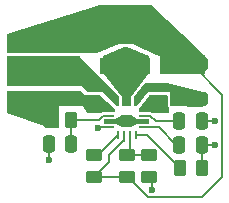
<source format=gtl>
%TF.GenerationSoftware,KiCad,Pcbnew,9.0.4*%
%TF.CreationDate,2025-10-22T22:48:15-04:00*%
%TF.ProjectId,buck_regulator_12V_3A_L6983,6275636b-5f72-4656-9775-6c61746f725f,rev?*%
%TF.SameCoordinates,Original*%
%TF.FileFunction,Copper,L1,Top*%
%TF.FilePolarity,Positive*%
%FSLAX46Y46*%
G04 Gerber Fmt 4.6, Leading zero omitted, Abs format (unit mm)*
G04 Created by KiCad (PCBNEW 9.0.4) date 2025-10-22 22:48:15*
%MOMM*%
%LPD*%
G01*
G04 APERTURE LIST*
G04 Aperture macros list*
%AMRoundRect*
0 Rectangle with rounded corners*
0 $1 Rounding radius*
0 $2 $3 $4 $5 $6 $7 $8 $9 X,Y pos of 4 corners*
0 Add a 4 corners polygon primitive as box body*
4,1,4,$2,$3,$4,$5,$6,$7,$8,$9,$2,$3,0*
0 Add four circle primitives for the rounded corners*
1,1,$1+$1,$2,$3*
1,1,$1+$1,$4,$5*
1,1,$1+$1,$6,$7*
1,1,$1+$1,$8,$9*
0 Add four rect primitives between the rounded corners*
20,1,$1+$1,$2,$3,$4,$5,0*
20,1,$1+$1,$4,$5,$6,$7,0*
20,1,$1+$1,$6,$7,$8,$9,0*
20,1,$1+$1,$8,$9,$2,$3,0*%
G04 Aperture macros list end*
%TA.AperFunction,SMDPad,CuDef*%
%ADD10RoundRect,0.250000X0.450000X-0.262500X0.450000X0.262500X-0.450000X0.262500X-0.450000X-0.262500X0*%
%TD*%
%TA.AperFunction,SMDPad,CuDef*%
%ADD11R,4.292600X1.397000*%
%TD*%
%TA.AperFunction,ComponentPad*%
%ADD12R,1.700000X1.700000*%
%TD*%
%TA.AperFunction,ComponentPad*%
%ADD13C,1.700000*%
%TD*%
%TA.AperFunction,SMDPad,CuDef*%
%ADD14RoundRect,0.250000X-0.450000X0.262500X-0.450000X-0.262500X0.450000X-0.262500X0.450000X0.262500X0*%
%TD*%
%TA.AperFunction,SMDPad,CuDef*%
%ADD15RoundRect,0.250000X-0.250000X-0.475000X0.250000X-0.475000X0.250000X0.475000X-0.250000X0.475000X0*%
%TD*%
%TA.AperFunction,SMDPad,CuDef*%
%ADD16RoundRect,0.250000X0.250000X0.475000X-0.250000X0.475000X-0.250000X-0.475000X0.250000X-0.475000X0*%
%TD*%
%TA.AperFunction,SMDPad,CuDef*%
%ADD17RoundRect,0.250000X-0.262500X-0.450000X0.262500X-0.450000X0.262500X0.450000X-0.262500X0.450000X0*%
%TD*%
%TA.AperFunction,SMDPad,CuDef*%
%ADD18RoundRect,0.250000X1.100000X-0.325000X1.100000X0.325000X-1.100000X0.325000X-1.100000X-0.325000X0*%
%TD*%
%TA.AperFunction,SMDPad,CuDef*%
%ADD19R,0.762000X0.203200*%
%TD*%
%TA.AperFunction,SMDPad,CuDef*%
%ADD20R,0.203200X0.762000*%
%TD*%
%TA.AperFunction,SMDPad,CuDef*%
%ADD21R,0.533400X0.914400*%
%TD*%
%TA.AperFunction,ViaPad*%
%ADD22C,0.600000*%
%TD*%
%TA.AperFunction,Conductor*%
%ADD23C,0.200000*%
%TD*%
G04 APERTURE END LIST*
D10*
%TO.P,R18,2*%
%TO.N,Net-(U4-FB{slash}OUT)*%
X144400000Y-112875000D03*
%TO.P,R18,1*%
%TO.N,12V*%
X144400000Y-114700000D03*
%TD*%
D11*
%TO.P,L2,1,1*%
%TO.N,12V*%
X144300000Y-101134400D03*
%TO.P,L2,2,2*%
%TO.N,Net-(C24-Pad2)*%
X144300000Y-105300000D03*
%TD*%
D12*
%TO.P,J1,1,Pin_1*%
%TO.N,14.8V*%
X135300000Y-108400000D03*
D13*
%TO.P,J1,2,Pin_2*%
%TO.N,GND*%
X135300000Y-105860000D03*
%TO.P,J1,3,Pin_3*%
%TO.N,12V*%
X135300000Y-103320000D03*
%TD*%
D14*
%TO.P,R17,2*%
%TO.N,12V*%
X141600000Y-114700000D03*
%TO.P,R17,1*%
%TO.N,Net-(U4-PGOOD)*%
X141600000Y-112875000D03*
%TD*%
%TO.P,R19,1*%
%TO.N,Net-(U4-FB{slash}OUT)*%
X146300000Y-112875000D03*
%TO.P,R19,2*%
%TO.N,GND*%
X146300000Y-114700000D03*
%TD*%
D15*
%TO.P,C24,2*%
%TO.N,Net-(C24-Pad2)*%
X150749000Y-110000000D03*
%TO.P,C24,1*%
%TO.N,Net-(U4-BOOT)*%
X148849000Y-110000000D03*
%TD*%
D16*
%TO.P,C22,1*%
%TO.N,Net-(U4-VINLDO)*%
X139700000Y-111900000D03*
%TO.P,C22,2*%
%TO.N,GND*%
X137800000Y-111900000D03*
%TD*%
D17*
%TO.P,R15,1*%
%TO.N,14.8V*%
X137875000Y-109900000D03*
%TO.P,R15,2*%
%TO.N,Net-(U4-VINLDO)*%
X139700000Y-109900000D03*
%TD*%
D18*
%TO.P,C25,2*%
%TO.N,12V*%
X149900000Y-105200000D03*
%TO.P,C25,1*%
%TO.N,GND*%
X149900000Y-108150000D03*
%TD*%
D19*
%TO.P,U4,1,VIN*%
%TO.N,14.8V*%
X142977600Y-109042801D03*
%TO.P,U4,2,VINLDO*%
%TO.N,Net-(U4-VINLDO)*%
X142977600Y-109542927D03*
%TO.P,U4,3,AGND*%
%TO.N,GND*%
X142977600Y-110043053D03*
%TO.P,U4,4,EN/CLKIN*%
%TO.N,14.8V*%
X142977600Y-110543179D03*
D20*
%TO.P,U4,5,PGOOD*%
%TO.N,Net-(U4-PGOOD)*%
X143649811Y-111215390D03*
%TO.P,U4,6,VBIAS*%
%TO.N,12V*%
X144149937Y-111215390D03*
%TO.P,U4,7,FB/OUT*%
%TO.N,Net-(U4-FB{slash}OUT)*%
X144650063Y-111215390D03*
%TO.P,U4,8,FSW*%
%TO.N,Net-(U4-FSW)*%
X145150189Y-111215390D03*
D19*
%TO.P,U4,9,VCC*%
%TO.N,Net-(U4-VCC)*%
X145822400Y-110543179D03*
%TO.P,U4,10,AGND*%
%TO.N,GND*%
X145822400Y-110043053D03*
%TO.P,U4,11,BOOT*%
%TO.N,Net-(U4-BOOT)*%
X145822400Y-109542927D03*
%TO.P,U4,12,VIN*%
%TO.N,14.8V*%
X145822400Y-109042801D03*
D20*
%TO.P,U4,13,PGND*%
%TO.N,GND*%
X145150189Y-108370590D03*
%TO.P,U4,14,SW*%
%TO.N,Net-(C24-Pad2)*%
X144650063Y-108370590D03*
%TO.P,U4,15,SW*%
X144149937Y-108370590D03*
%TO.P,U4,16,PGND*%
%TO.N,GND*%
X143649811Y-108370590D03*
D21*
%TO.P,U4,17,E.P.*%
X144400000Y-110000000D03*
%TD*%
D18*
%TO.P,C21,2*%
%TO.N,GND*%
X138800000Y-105150000D03*
%TO.P,C21,1*%
%TO.N,14.8V*%
X138800000Y-108100000D03*
%TD*%
D17*
%TO.P,R16,1*%
%TO.N,Net-(U4-FSW)*%
X148924000Y-114000000D03*
%TO.P,R16,2*%
%TO.N,GND*%
X150749000Y-114000000D03*
%TD*%
D16*
%TO.P,C23,1*%
%TO.N,GND*%
X150749000Y-112000000D03*
%TO.P,C23,2*%
%TO.N,Net-(U4-VCC)*%
X148849000Y-112000000D03*
%TD*%
D22*
%TO.N,Net-(C24-Pad2)*%
X144272000Y-104140000D03*
%TO.N,GND*%
X137795000Y-113284000D03*
X151887000Y-112014000D03*
X146558000Y-115824000D03*
%TO.N,Net-(C24-Pad2)*%
X151887000Y-109982000D03*
%TO.N,14.8V*%
X141986000Y-108165997D03*
X141224000Y-108165997D03*
X147574000Y-108165997D03*
X146812000Y-108165997D03*
X141986000Y-110617000D03*
X146812000Y-108966000D03*
X147574000Y-108966000D03*
%TO.N,GND*%
X145034000Y-109982000D03*
X143764000Y-109982000D03*
X141224000Y-107188000D03*
%TO.N,14.8V*%
X141224000Y-108966000D03*
X141986000Y-108966000D03*
%TO.N,GND*%
X141986000Y-107188000D03*
X143002000Y-107696000D03*
X145669000Y-107696000D03*
X146812000Y-107188000D03*
X147574000Y-107188000D03*
%TD*%
D23*
%TO.N,12V*%
X144149937Y-111626403D02*
X144149937Y-111215390D01*
X142875000Y-112901340D02*
X144149937Y-111626403D01*
X142875000Y-113425000D02*
X142875000Y-112901340D01*
X141600000Y-114700000D02*
X142875000Y-113425000D01*
%TO.N,Net-(U4-FSW)*%
X146139390Y-111215390D02*
X145150189Y-111215390D01*
X148924000Y-114000000D02*
X146139390Y-111215390D01*
%TO.N,Net-(U4-VINLDO)*%
X139700000Y-111900000D02*
X139700000Y-109900000D01*
X142396600Y-109542927D02*
X142977600Y-109542927D01*
X142039527Y-109900000D02*
X142396600Y-109542927D01*
X139700000Y-109900000D02*
X142039527Y-109900000D01*
%TO.N,GND*%
X137800000Y-113279000D02*
X137795000Y-113284000D01*
X137800000Y-111900000D02*
X137800000Y-113279000D01*
%TO.N,12V*%
X150783000Y-116425000D02*
X146225000Y-116425000D01*
X152488000Y-114720000D02*
X150783000Y-116425000D01*
X146225000Y-116425000D02*
X144500000Y-114700000D01*
X152488000Y-107788000D02*
X152488000Y-114720000D01*
X149900000Y-105200000D02*
X152488000Y-107788000D01*
%TO.N,GND*%
X150749000Y-112000000D02*
X150749000Y-114000000D01*
%TO.N,12V*%
X144500000Y-114700000D02*
X144500000Y-114615943D01*
X144149937Y-111726403D02*
X144149937Y-111215390D01*
%TO.N,Net-(C24-Pad2)*%
X150518000Y-109982000D02*
X150500000Y-110000000D01*
X151638000Y-109982000D02*
X150518000Y-109982000D01*
%TO.N,GND*%
X151638000Y-112014000D02*
X150514000Y-112014000D01*
X150514000Y-112014000D02*
X150500000Y-112000000D01*
X150546000Y-114046000D02*
X150500000Y-114000000D01*
X146558000Y-114758000D02*
X146500000Y-114700000D01*
X146558000Y-115824000D02*
X146558000Y-114758000D01*
%TO.N,14.8V*%
X142059821Y-110543179D02*
X141986000Y-110617000D01*
X142977600Y-110543179D02*
X142059821Y-110543179D01*
%TO.N,Net-(U4-BOOT)*%
X146403400Y-109542927D02*
X145822400Y-109542927D01*
X148600000Y-110000000D02*
X146860473Y-110000000D01*
X146860473Y-110000000D02*
X146403400Y-109542927D01*
%TO.N,Net-(U4-VCC)*%
X147143179Y-110543179D02*
X145822400Y-110543179D01*
X148600000Y-112000000D02*
X147143179Y-110543179D01*
%TO.N,Net-(U4-PGOOD)*%
X142000000Y-112865201D02*
X143649811Y-111215390D01*
X142000000Y-112875000D02*
X142000000Y-112865201D01*
%TO.N,12V*%
X144500000Y-114700000D02*
X142000000Y-114700000D01*
%TO.N,Net-(U4-FB{slash}OUT)*%
X144650063Y-112724937D02*
X144650063Y-111215390D01*
X144500000Y-112875000D02*
X144650063Y-112724937D01*
X146500000Y-112875000D02*
X144500000Y-112875000D01*
%TD*%
%TA.AperFunction,Conductor*%
%TO.N,12V*%
G36*
X146561313Y-100208613D02*
G01*
X146572156Y-100216347D01*
X149117242Y-102616000D01*
X150987615Y-104379494D01*
X151000333Y-104399199D01*
X151003000Y-104415146D01*
X151003000Y-105996000D01*
X150997387Y-106018771D01*
X150981835Y-106036326D01*
X150959906Y-106044643D01*
X150954000Y-106045000D01*
X147242000Y-106045000D01*
X147219229Y-106039387D01*
X147201674Y-106023835D01*
X147193357Y-106001906D01*
X147193000Y-105996000D01*
X147193000Y-104521000D01*
X146907250Y-104394000D01*
X144907000Y-103505000D01*
X144906999Y-103505000D01*
X143764001Y-103505000D01*
X143764000Y-103505000D01*
X141862667Y-104218000D01*
X141740320Y-104263880D01*
X141723115Y-104267000D01*
X134288000Y-104267000D01*
X134265229Y-104261387D01*
X134247674Y-104245835D01*
X134239357Y-104223906D01*
X134239000Y-104218000D01*
X134239000Y-102652232D01*
X134244613Y-102629461D01*
X134260165Y-102611906D01*
X134273639Y-102605384D01*
X142105981Y-100205151D01*
X142120338Y-100203000D01*
X146538542Y-100203000D01*
X146561313Y-100208613D01*
G37*
%TD.AperFunction*%
%TD*%
%TA.AperFunction,Conductor*%
%TO.N,Net-(C24-Pad2)*%
G36*
X144407762Y-103762505D02*
G01*
X146273198Y-104508679D01*
X146292256Y-104522347D01*
X146302780Y-104543306D01*
X146304000Y-104554174D01*
X146304000Y-105901666D01*
X146298387Y-105924437D01*
X146294200Y-105931066D01*
X144780000Y-107949999D01*
X144780000Y-108663000D01*
X144774387Y-108685771D01*
X144758835Y-108703326D01*
X144736906Y-108711643D01*
X144731000Y-108712000D01*
X144067000Y-108712000D01*
X144044229Y-108706387D01*
X144026674Y-108690835D01*
X144018357Y-108668906D01*
X144018000Y-108663000D01*
X144018000Y-107950000D01*
X142377970Y-105931501D01*
X142367967Y-105910288D01*
X142367000Y-105900602D01*
X142367000Y-104553310D01*
X142372613Y-104530539D01*
X142388165Y-104512984D01*
X142396695Y-104508273D01*
X144135755Y-103762961D01*
X144155057Y-103759000D01*
X144389564Y-103759000D01*
X144407762Y-103762505D01*
G37*
%TD.AperFunction*%
%TD*%
%TA.AperFunction,Conductor*%
%TO.N,GND*%
G36*
X140463931Y-104526613D02*
G01*
X140476456Y-104536012D01*
X141974022Y-106091177D01*
X141980650Y-106099803D01*
X141994710Y-106123061D01*
X142029139Y-106157490D01*
X142044562Y-106166813D01*
X142054507Y-106174758D01*
X143722437Y-107906838D01*
X143725157Y-107909912D01*
X143753031Y-107944218D01*
X143763033Y-107965426D01*
X143764000Y-107975113D01*
X143764000Y-108663000D01*
X143758387Y-108685771D01*
X143742835Y-108703326D01*
X143720906Y-108711643D01*
X143715000Y-108712000D01*
X143530296Y-108712000D01*
X143507525Y-108706387D01*
X143495648Y-108697648D01*
X142367000Y-107569000D01*
X141117296Y-107569000D01*
X141094525Y-107563387D01*
X141082648Y-107554648D01*
X140589000Y-107061000D01*
X137922000Y-107061000D01*
X137922000Y-104521000D01*
X140441160Y-104521000D01*
X140463931Y-104526613D01*
G37*
%TD.AperFunction*%
%TD*%
%TA.AperFunction,Conductor*%
%TO.N,GND*%
G36*
X137922000Y-107061000D02*
G01*
X134288000Y-107061000D01*
X134265229Y-107055387D01*
X134247674Y-107039835D01*
X134239357Y-107017906D01*
X134239000Y-107012000D01*
X134239000Y-104570000D01*
X134244613Y-104547229D01*
X134260165Y-104529674D01*
X134282094Y-104521357D01*
X134288000Y-104521000D01*
X137922000Y-104521000D01*
X137922000Y-107061000D01*
G37*
%TD.AperFunction*%
%TD*%
%TA.AperFunction,Conductor*%
%TO.N,14.8V*%
G36*
X137922000Y-108712000D02*
G01*
X138684000Y-108712000D01*
X138684000Y-110568000D01*
X138678387Y-110590771D01*
X138662835Y-110608326D01*
X138640906Y-110616643D01*
X138635000Y-110617000D01*
X137930211Y-110617000D01*
X137914237Y-110614323D01*
X134272026Y-109358388D01*
X134252329Y-109345659D01*
X134240803Y-109325234D01*
X134239000Y-109312065D01*
X134239000Y-107491000D01*
X134244613Y-107468229D01*
X134260165Y-107450674D01*
X134282094Y-107442357D01*
X134288000Y-107442000D01*
X137922000Y-107442000D01*
X137922000Y-108712000D01*
G37*
%TD.AperFunction*%
%TD*%
%TA.AperFunction,Conductor*%
%TO.N,14.8V*%
G36*
X140464475Y-107447613D02*
G01*
X140476352Y-107456352D01*
X140843000Y-107823000D01*
X142094198Y-107823000D01*
X142116969Y-107828613D01*
X142126975Y-107835577D01*
X143211062Y-108811256D01*
X143366779Y-108951401D01*
X143379950Y-108970806D01*
X143383000Y-108987822D01*
X143383000Y-109191827D01*
X143377387Y-109214598D01*
X143361835Y-109232153D01*
X143339906Y-109240470D01*
X143334000Y-109240827D01*
X142580385Y-109240827D01*
X142566302Y-109242107D01*
X142564993Y-109242226D01*
X142560563Y-109242427D01*
X142367003Y-109242427D01*
X142323461Y-109251088D01*
X142308946Y-109253975D01*
X142308945Y-109253975D01*
X142254259Y-109276627D01*
X142205042Y-109309512D01*
X142181907Y-109332648D01*
X142161837Y-109344781D01*
X142147259Y-109347000D01*
X141063784Y-109347000D01*
X141041013Y-109341387D01*
X141023458Y-109325835D01*
X141019957Y-109319913D01*
X140716001Y-108712000D01*
X140716000Y-108712000D01*
X138684000Y-108712000D01*
X137922000Y-108712000D01*
X137922000Y-107442000D01*
X140441704Y-107442000D01*
X140464475Y-107447613D01*
G37*
%TD.AperFunction*%
%TD*%
%TA.AperFunction,Conductor*%
%TO.N,GND*%
G36*
X147833852Y-106808463D02*
G01*
X150838884Y-107559721D01*
X150859615Y-107570689D01*
X150872873Y-107590034D01*
X150876000Y-107607258D01*
X150876000Y-108787722D01*
X150870387Y-108810493D01*
X150854835Y-108828048D01*
X150832906Y-108836365D01*
X150824775Y-108836671D01*
X148128775Y-108714126D01*
X148106282Y-108707486D01*
X148089451Y-108691152D01*
X148082139Y-108668868D01*
X148082000Y-108665177D01*
X148082000Y-107569000D01*
X146177000Y-107569000D01*
X146176998Y-107569000D01*
X145302713Y-108693083D01*
X145284303Y-108707612D01*
X145264035Y-108712000D01*
X145083000Y-108712000D01*
X145060229Y-108706387D01*
X145042674Y-108690835D01*
X145034357Y-108668906D01*
X145034000Y-108663000D01*
X145034000Y-107966811D01*
X145039613Y-107944040D01*
X145044318Y-107936732D01*
X145908287Y-106825917D01*
X145926697Y-106811388D01*
X145946965Y-106807000D01*
X147821968Y-106807000D01*
X147833852Y-106808463D01*
G37*
%TD.AperFunction*%
%TD*%
%TA.AperFunction,Conductor*%
%TO.N,14.8V*%
G36*
X147853771Y-107828613D02*
G01*
X147871326Y-107844165D01*
X147879643Y-107866094D01*
X147880000Y-107872000D01*
X147880000Y-108665197D01*
X147880142Y-108672771D01*
X147880280Y-108676438D01*
X147880282Y-108676470D01*
X147880713Y-108684084D01*
X147882537Y-108693258D01*
X147890206Y-108731841D01*
X147890208Y-108731851D01*
X147897512Y-108754111D01*
X147897513Y-108754113D01*
X147897519Y-108754130D01*
X147897520Y-108754131D01*
X147918168Y-108798233D01*
X147946064Y-108832761D01*
X147947695Y-108835402D01*
X147950363Y-108843691D01*
X147954060Y-108851587D01*
X147954568Y-108856756D01*
X147954881Y-108857727D01*
X147954742Y-108858524D01*
X147955000Y-108861141D01*
X147955000Y-109298000D01*
X147949387Y-109320771D01*
X147933835Y-109338326D01*
X147911906Y-109346643D01*
X147906000Y-109347000D01*
X146652741Y-109347000D01*
X146629970Y-109341387D01*
X146618093Y-109332648D01*
X146594957Y-109309512D01*
X146545740Y-109276626D01*
X146491055Y-109253975D01*
X146491046Y-109253972D01*
X146433000Y-109242426D01*
X146432997Y-109242426D01*
X146373803Y-109242426D01*
X146371393Y-109242426D01*
X146371373Y-109242427D01*
X146239442Y-109242427D01*
X146235009Y-109242226D01*
X146234081Y-109242141D01*
X146219611Y-109240827D01*
X146219607Y-109240827D01*
X145464000Y-109240827D01*
X145441229Y-109235214D01*
X145423674Y-109219662D01*
X145415357Y-109197733D01*
X145415000Y-109191827D01*
X145415000Y-108982811D01*
X145420613Y-108960040D01*
X145425318Y-108952732D01*
X146265889Y-107872000D01*
X146289287Y-107841917D01*
X146307697Y-107827388D01*
X146327965Y-107823000D01*
X147831000Y-107823000D01*
X147853771Y-107828613D01*
G37*
%TD.AperFunction*%
%TD*%
%TA.AperFunction,Conductor*%
%TO.N,GND*%
G36*
X144786438Y-109479613D02*
G01*
X144793064Y-109483798D01*
X145288000Y-109855000D01*
X146255000Y-109855000D01*
X146277771Y-109860613D01*
X146295326Y-109876165D01*
X146303643Y-109898094D01*
X146304000Y-109904000D01*
X146304000Y-110187000D01*
X146298387Y-110209771D01*
X146282835Y-110227326D01*
X146260906Y-110235643D01*
X146255000Y-110236000D01*
X145287999Y-110236000D01*
X144790346Y-110484827D01*
X144768433Y-110490000D01*
X144029567Y-110490000D01*
X144007654Y-110484827D01*
X143510000Y-110236000D01*
X142543000Y-110236000D01*
X142520229Y-110230387D01*
X142502674Y-110214835D01*
X142494357Y-110192906D01*
X142494000Y-110187000D01*
X142494000Y-109904000D01*
X142499613Y-109881229D01*
X142515165Y-109863674D01*
X142537094Y-109855357D01*
X142543000Y-109855000D01*
X143510000Y-109855000D01*
X144004933Y-109483800D01*
X144026518Y-109474627D01*
X144034333Y-109474000D01*
X144763667Y-109474000D01*
X144786438Y-109479613D01*
G37*
%TD.AperFunction*%
%TD*%
M02*

</source>
